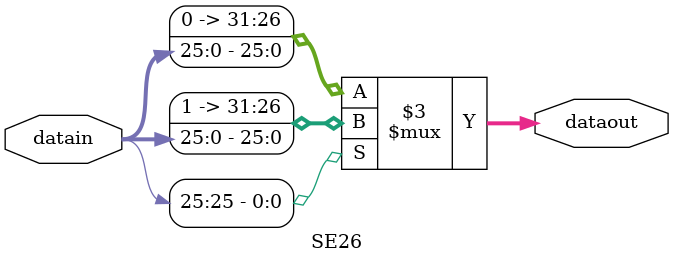
<source format=v>
module SE26(datain, dataout);
	
	input[25:0] datain;
	output reg[31:0] dataout;
	
	always@(*)
	begin
		if(datain[25])
			dataout = {{6{1'b1}},datain};
		else
			dataout = {{6{1'b0}},datain};
	end
	
endmodule 

</source>
